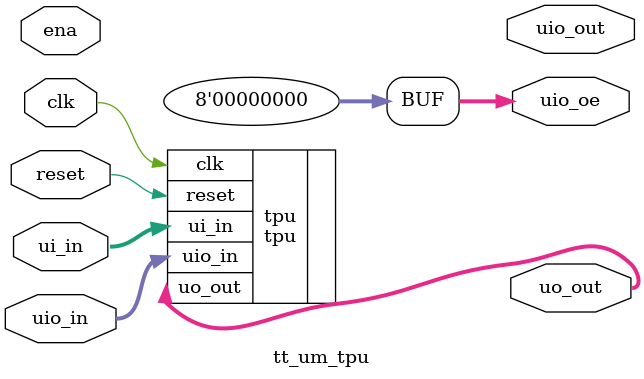
<source format=sv>
`default_nettype none
`timescale 1ns/1ns


module tt_um_tpu (
    input  wire [7:0] ui_in,    // Dedicated inputs (make this data input)
    output wire [7:0] uo_out,   // Dedicated outputs

    // 8 physical pins 
    input  wire [7:0] uio_in,   // IOs: Input path (make this flag input)
    output wire [7:0] uio_out,  // IOs: Output path 
    
    output wire [7:0] uio_oe,   // IOs: Enable path (active high: 0=input, 1=output)
    input  wire       ena,      // always 1 when the design is powered, so you can ignore it
    input  wire       clk,      // clock
    input  wire       reset     // rst_n - low to reset --> // TODO: rename back to rst_n!
);
    // wire reset = ~rst_n;
    assign uio_oe  = 8'b0000_0000;

    tpu tpu (
    // INPUTS
    .clk(clk),
    .reset(reset),
    .ui_in(ui_in), 
    .uio_in(uio_in), 
     // OUTPUTS
    .uo_out(uo_out) 
    ); 

endmodule
</source>
